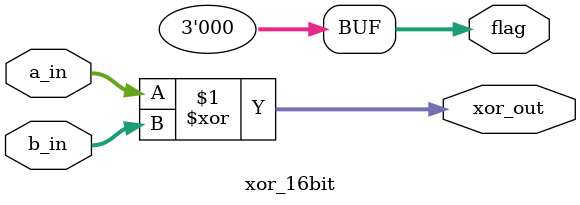
<source format=v>
module xor_16bit(
	input [15:0] 	a_in,
	input [15:0] 	b_in,
	output [15:0] 	xor_out,
	output [2:0] 	flag  // xor modifies only the ZERO flag
);

// bit-wise XOR
assign xor_out = a_in ^ b_in;

// how do I take flag values as input & output 
// I need to modify Z flag but not the rest

// set flag register to 000
assign flag = {1'b0, 1'b0, 1'b0};

// modify the ZERO flag only
assign flag[0] = |xor_out;


endmodule

// assign xor_out[0] = a_in[0] ^ b_in[0];
// assign xor_out[1] = a_in[1] ^ b_in[1];
// assign xor_out[2] = a_in[2] ^ b_in[2];
// assign xor_out[3] = a_in[3] ^ b_in[3];

// assign xor_out[4] = a_in[4] ^ b_in[4];
// assign xor_out[5] = a_in[5] ^ b_in[5];
// assign xor_out[6] = a_in[6] ^ b_in[6];
// assign xor_out[7] = a_in[7] ^ b_in[7];

// assign xor_out[8] = a_in[8] ^ b_in[8];
// assign xor_out[9] = a_in[9] ^ b_in[9];
// assign xor_out[10] = a_in[10] ^ b_in[10];
// assign xor_out[11] = a_in[11] ^ b_in[11];

// assign xor_out[12] = a_in[12] ^ b_in[12];
// assign xor_out[13] = a_in[13] ^ b_in[13];
// assign xor_out[14] = a_in[14] ^ b_in[14];
// assign xor_out[15] = a_in[15] ^ b_in[15];
</source>
